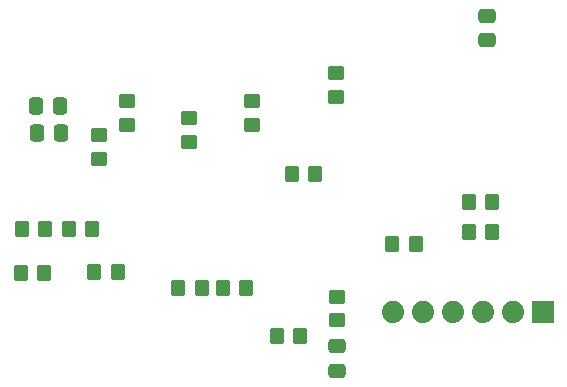
<source format=gbr>
%TF.GenerationSoftware,KiCad,Pcbnew,6.0.11-2627ca5db0~126~ubuntu22.04.1*%
%TF.CreationDate,2023-02-18T02:58:51-05:00*%
%TF.ProjectId,lin-valve-control,6c696e2d-7661-46c7-9665-2d636f6e7472,1.0*%
%TF.SameCoordinates,Original*%
%TF.FileFunction,Paste,Bot*%
%TF.FilePolarity,Positive*%
%FSLAX46Y46*%
G04 Gerber Fmt 4.6, Leading zero omitted, Abs format (unit mm)*
G04 Created by KiCad (PCBNEW 6.0.11-2627ca5db0~126~ubuntu22.04.1) date 2023-02-18 02:58:51*
%MOMM*%
%LPD*%
G01*
G04 APERTURE LIST*
G04 Aperture macros list*
%AMRoundRect*
0 Rectangle with rounded corners*
0 $1 Rounding radius*
0 $2 $3 $4 $5 $6 $7 $8 $9 X,Y pos of 4 corners*
0 Add a 4 corners polygon primitive as box body*
4,1,4,$2,$3,$4,$5,$6,$7,$8,$9,$2,$3,0*
0 Add four circle primitives for the rounded corners*
1,1,$1+$1,$2,$3*
1,1,$1+$1,$4,$5*
1,1,$1+$1,$6,$7*
1,1,$1+$1,$8,$9*
0 Add four rect primitives between the rounded corners*
20,1,$1+$1,$2,$3,$4,$5,0*
20,1,$1+$1,$4,$5,$6,$7,0*
20,1,$1+$1,$6,$7,$8,$9,0*
20,1,$1+$1,$8,$9,$2,$3,0*%
G04 Aperture macros list end*
%ADD10R,1.879600X1.879600*%
%ADD11C,1.879600*%
%ADD12RoundRect,0.250000X-0.450000X0.350000X-0.450000X-0.350000X0.450000X-0.350000X0.450000X0.350000X0*%
%ADD13RoundRect,0.250000X-0.350000X-0.450000X0.350000X-0.450000X0.350000X0.450000X-0.350000X0.450000X0*%
%ADD14RoundRect,0.250000X0.350000X0.450000X-0.350000X0.450000X-0.350000X-0.450000X0.350000X-0.450000X0*%
%ADD15RoundRect,0.250000X0.475000X-0.337500X0.475000X0.337500X-0.475000X0.337500X-0.475000X-0.337500X0*%
%ADD16RoundRect,0.250000X0.450000X-0.350000X0.450000X0.350000X-0.450000X0.350000X-0.450000X-0.350000X0*%
%ADD17RoundRect,0.250000X0.337500X0.475000X-0.337500X0.475000X-0.337500X-0.475000X0.337500X-0.475000X0*%
%ADD18RoundRect,0.250000X-0.337500X-0.475000X0.337500X-0.475000X0.337500X0.475000X-0.337500X0.475000X0*%
%ADD19RoundRect,0.250000X-0.475000X0.337500X-0.475000X-0.337500X0.475000X-0.337500X0.475000X0.337500X0*%
G04 APERTURE END LIST*
D10*
%TO.C,J1*%
X226520000Y-91800000D03*
D11*
X223980000Y-91800000D03*
X221440000Y-91800000D03*
X218900000Y-91800000D03*
X216360000Y-91800000D03*
X213820000Y-91800000D03*
%TD*%
D12*
%TO.C,R18*%
X209025000Y-71525000D03*
X209025000Y-73525000D03*
%TD*%
D13*
%TO.C,R3*%
X195650000Y-89750000D03*
X197650000Y-89750000D03*
%TD*%
D12*
%TO.C,R17*%
X196550000Y-75350000D03*
X196550000Y-77350000D03*
%TD*%
D13*
%TO.C,R6*%
X182400000Y-84725000D03*
X184400000Y-84725000D03*
%TD*%
D14*
%TO.C,R4*%
X201425000Y-89750000D03*
X199425000Y-89750000D03*
%TD*%
D15*
%TO.C,C2*%
X221775000Y-68750000D03*
X221775000Y-66675000D03*
%TD*%
D12*
%TO.C,R13*%
X201900000Y-73900000D03*
X201900000Y-75900000D03*
%TD*%
D13*
%TO.C,R7*%
X186375000Y-84775000D03*
X188375000Y-84775000D03*
%TD*%
%TO.C,R8*%
X182300000Y-88450000D03*
X184300000Y-88450000D03*
%TD*%
D16*
%TO.C,R11*%
X188950000Y-78825000D03*
X188950000Y-76825000D03*
%TD*%
D13*
%TO.C,R24*%
X205250000Y-80100000D03*
X207250000Y-80100000D03*
%TD*%
D12*
%TO.C,R22*%
X209050000Y-90475000D03*
X209050000Y-92475000D03*
%TD*%
D13*
%TO.C,R21*%
X220225000Y-82425000D03*
X222225000Y-82425000D03*
%TD*%
D12*
%TO.C,R15*%
X191300000Y-73900000D03*
X191300000Y-75900000D03*
%TD*%
D13*
%TO.C,R19*%
X203975000Y-93800000D03*
X205975000Y-93800000D03*
%TD*%
D14*
%TO.C,R9*%
X190525000Y-88425000D03*
X188525000Y-88425000D03*
%TD*%
D13*
%TO.C,R25*%
X213775000Y-85975000D03*
X215775000Y-85975000D03*
%TD*%
D17*
%TO.C,C7*%
X185750000Y-76575000D03*
X183675000Y-76575000D03*
%TD*%
D18*
%TO.C,C8*%
X183600000Y-74325000D03*
X185675000Y-74325000D03*
%TD*%
D19*
%TO.C,C16*%
X209075000Y-94675000D03*
X209075000Y-96750000D03*
%TD*%
D13*
%TO.C,R20*%
X220225000Y-84975000D03*
X222225000Y-84975000D03*
%TD*%
M02*

</source>
